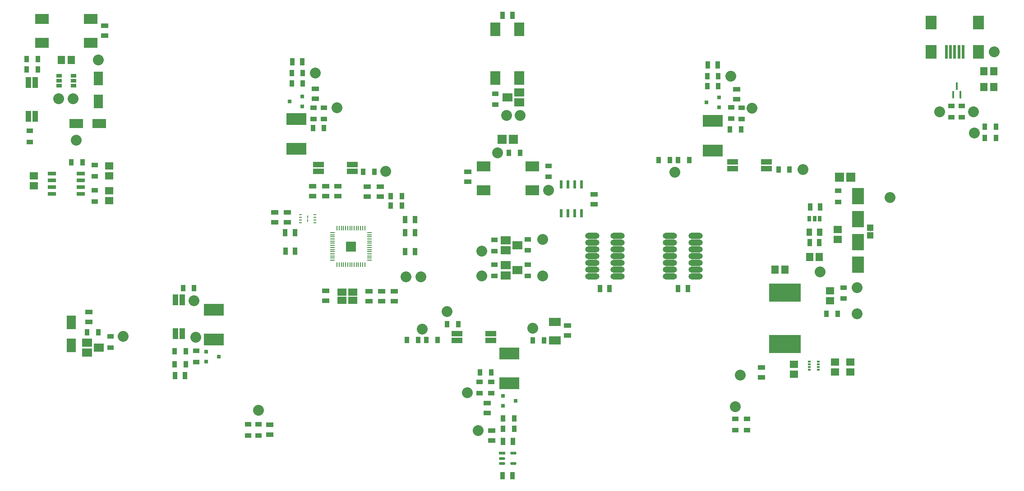
<source format=gtp>
G04*
G04 #@! TF.GenerationSoftware,Altium Limited,Altium Designer,24.2.2 (26)*
G04*
G04 Layer_Color=8421504*
%FSLAX25Y25*%
%MOIN*%
G70*
G04*
G04 #@! TF.SameCoordinates,E85AF581-5EDA-4222-B011-A7CF2EBE2122*
G04*
G04*
G04 #@! TF.FilePolarity,Positive*
G04*
G01*
G75*
%ADD20C,0.00197*%
%ADD21R,0.02165X0.00787*%
%ADD22R,0.00787X0.01968*%
%ADD23C,0.08000*%
%ADD24R,0.04724X0.03543*%
%ADD25R,0.07512X0.05937*%
%ADD26R,0.01480X0.05764*%
G04:AMPARAMS|DCode=27|XSize=57.64mil|YSize=14.8mil|CornerRadius=7.4mil|HoleSize=0mil|Usage=FLASHONLY|Rotation=90.000|XOffset=0mil|YOffset=0mil|HoleType=Round|Shape=RoundedRectangle|*
%AMROUNDEDRECTD27*
21,1,0.05764,0.00000,0,0,90.0*
21,1,0.04284,0.01480,0,0,90.0*
1,1,0.01480,0.00000,0.02142*
1,1,0.01480,0.00000,-0.02142*
1,1,0.01480,0.00000,-0.02142*
1,1,0.01480,0.00000,0.02142*
%
%ADD27ROUNDEDRECTD27*%
%ADD28R,0.03543X0.04724*%
%ADD29R,0.05512X0.03740*%
%ADD30R,0.06724X0.06724*%
%ADD31R,0.08890X0.12433*%
%ADD32R,0.03740X0.05512*%
%ADD33R,0.04362X0.05347*%
%ADD34R,0.03150X0.04134*%
%ADD35R,0.05727X0.06127*%
%ADD36R,0.23260X0.13417*%
%ADD37O,0.10661X0.04362*%
%ADD38R,0.07984X0.04402*%
%ADD39R,0.08693X0.06134*%
%ADD40R,0.14992X0.09087*%
G04:AMPARAMS|DCode=41|XSize=47.45mil|YSize=20.95mil|CornerRadius=10.48mil|HoleSize=0mil|Usage=FLASHONLY|Rotation=0.000|XOffset=0mil|YOffset=0mil|HoleType=Round|Shape=RoundedRectangle|*
%AMROUNDEDRECTD41*
21,1,0.04745,0.00000,0,0,0.0*
21,1,0.02650,0.02095,0,0,0.0*
1,1,0.02095,0.01325,0.00000*
1,1,0.02095,-0.01325,0.00000*
1,1,0.02095,-0.01325,0.00000*
1,1,0.02095,0.01325,0.00000*
%
%ADD41ROUNDEDRECTD41*%
%ADD42R,0.04745X0.02095*%
%ADD43R,0.06693X0.05512*%
%ADD44R,0.06890X0.10433*%
%ADD45R,0.10268X0.07512*%
%ADD46R,0.02362X0.06102*%
%ADD47R,0.06127X0.05727*%
%ADD48R,0.02264X0.01575*%
G04:AMPARAMS|DCode=49|XSize=9.87mil|YSize=36.45mil|CornerRadius=1.98mil|HoleSize=0mil|Usage=FLASHONLY|Rotation=0.000|XOffset=0mil|YOffset=0mil|HoleType=Round|Shape=RoundedRectangle|*
%AMROUNDEDRECTD49*
21,1,0.00987,0.03248,0,0,0.0*
21,1,0.00591,0.03645,0,0,0.0*
1,1,0.00397,0.00295,-0.01624*
1,1,0.00397,-0.00295,-0.01624*
1,1,0.00397,-0.00295,0.01624*
1,1,0.00397,0.00295,0.01624*
%
%ADD49ROUNDEDRECTD49*%
%ADD50R,0.07717X0.07717*%
G04:AMPARAMS|DCode=51|XSize=36.45mil|YSize=9.87mil|CornerRadius=1.98mil|HoleSize=0mil|Usage=FLASHONLY|Rotation=0.000|XOffset=0mil|YOffset=0mil|HoleType=Round|Shape=RoundedRectangle|*
%AMROUNDEDRECTD51*
21,1,0.03645,0.00591,0,0,0.0*
21,1,0.03248,0.00987,0,0,0.0*
1,1,0.00397,0.01624,-0.00295*
1,1,0.00397,-0.01624,-0.00295*
1,1,0.00397,-0.01624,0.00295*
1,1,0.00397,0.01624,0.00295*
%
%ADD51ROUNDEDRECTD51*%
%ADD52R,0.03150X0.03150*%
%ADD53R,0.04402X0.07984*%
%ADD54R,0.02362X0.09843*%
%ADD55R,0.07874X0.09843*%
%ADD56R,0.04756X0.04953*%
%ADD57R,0.07512X0.10268*%
G04:AMPARAMS|DCode=58|XSize=61.02mil|YSize=23.62mil|CornerRadius=2.01mil|HoleSize=0mil|Usage=FLASHONLY|Rotation=0.000|XOffset=0mil|YOffset=0mil|HoleType=Round|Shape=RoundedRectangle|*
%AMROUNDEDRECTD58*
21,1,0.06102,0.01961,0,0,0.0*
21,1,0.05701,0.02362,0,0,0.0*
1,1,0.00402,0.02850,-0.00980*
1,1,0.00402,-0.02850,-0.00980*
1,1,0.00402,-0.02850,0.00980*
1,1,0.00402,0.02850,0.00980*
%
%ADD58ROUNDEDRECTD58*%
%ADD59R,0.10433X0.06890*%
G04:AMPARAMS|DCode=60|XSize=43.31mil|YSize=23.62mil|CornerRadius=2.01mil|HoleSize=0mil|Usage=FLASHONLY|Rotation=0.000|XOffset=0mil|YOffset=0mil|HoleType=Round|Shape=RoundedRectangle|*
%AMROUNDEDRECTD60*
21,1,0.04331,0.01961,0,0,0.0*
21,1,0.03929,0.02362,0,0,0.0*
1,1,0.00402,0.01965,-0.00980*
1,1,0.00402,-0.01965,-0.00980*
1,1,0.00402,-0.01965,0.00980*
1,1,0.00402,0.01965,0.00980*
%
%ADD60ROUNDEDRECTD60*%
D20*
X1243916Y587503D02*
X1245884D01*
Y588487D01*
X1245556Y588815D01*
X1244244D01*
X1243916Y588487D01*
Y587503D01*
X1245884Y590455D02*
X1243916D01*
X1244900Y589471D01*
Y590783D01*
D21*
X834659Y595747D02*
D03*
Y597716D02*
D03*
Y599684D02*
D03*
Y601653D02*
D03*
X823832D02*
D03*
X823832Y599684D02*
D03*
Y597716D02*
D03*
X823832Y595747D02*
D03*
D22*
X829246Y600080D02*
D03*
Y597324D02*
D03*
D23*
X1002900Y583553D02*
D03*
X958048Y574892D02*
D03*
Y556551D02*
D03*
X1002900D02*
D03*
X1321900Y662200D02*
D03*
X1321245Y677834D02*
D03*
X1336699Y722243D02*
D03*
X1157609Y680357D02*
D03*
X1100739Y633231D02*
D03*
X1207782Y559300D02*
D03*
X913900Y517200D02*
D03*
X955156Y442007D02*
D03*
X901826Y555654D02*
D03*
X692975Y511763D02*
D03*
X658197Y656700D02*
D03*
X674634Y715991D02*
D03*
X1148923Y483000D02*
D03*
X947349Y470100D02*
D03*
X1235400Y528552D02*
D03*
X913015Y555936D02*
D03*
X746703Y511191D02*
D03*
X745439Y537998D02*
D03*
X1235400Y547903D02*
D03*
X1259671Y614409D02*
D03*
X1296421Y677834D02*
D03*
X1195296Y635200D02*
D03*
X1142039Y704242D02*
D03*
X1007274Y619728D02*
D03*
X986250Y675200D02*
D03*
X976309D02*
D03*
X1145195Y459748D02*
D03*
X932266Y530109D02*
D03*
X995766Y517944D02*
D03*
X886967Y633675D02*
D03*
X851044Y680855D02*
D03*
X834894Y706480D02*
D03*
X792900Y457200D02*
D03*
X645399Y687361D02*
D03*
X655987D02*
D03*
X969506Y647480D02*
D03*
D24*
X992068Y583553D02*
D03*
Y575285D02*
D03*
X967151Y574892D02*
D03*
Y583159D02*
D03*
X967193Y556551D02*
D03*
Y564819D02*
D03*
X992068Y556551D02*
D03*
Y564819D02*
D03*
X1149900Y680834D02*
D03*
Y672566D02*
D03*
X1142278Y672731D02*
D03*
Y680999D02*
D03*
X1145195Y442566D02*
D03*
Y450834D02*
D03*
X1153900D02*
D03*
Y442566D02*
D03*
X956400Y478200D02*
D03*
Y469932D02*
D03*
X841418Y680834D02*
D03*
Y672567D02*
D03*
X683530Y503381D02*
D03*
Y511649D02*
D03*
X746900Y501062D02*
D03*
Y492795D02*
D03*
X623900Y663834D02*
D03*
Y655566D02*
D03*
X1225352Y539636D02*
D03*
Y547903D02*
D03*
X1304994Y673700D02*
D03*
Y681968D02*
D03*
X1312672Y673700D02*
D03*
Y681968D02*
D03*
X1221304Y619428D02*
D03*
Y611161D02*
D03*
X1007274Y637916D02*
D03*
Y629649D02*
D03*
X968042Y691227D02*
D03*
Y682960D02*
D03*
X964992Y469932D02*
D03*
Y478200D02*
D03*
X833642Y680834D02*
D03*
Y672567D02*
D03*
X792900Y446834D02*
D03*
Y438566D02*
D03*
X785400D02*
D03*
Y446834D02*
D03*
X671858Y630060D02*
D03*
Y638328D02*
D03*
X671900Y611566D02*
D03*
Y619834D02*
D03*
D25*
X975492Y582765D02*
D03*
Y575285D02*
D03*
X984154Y579025D02*
D03*
X975492Y564425D02*
D03*
Y556945D02*
D03*
X984154Y560685D02*
D03*
X985758Y684720D02*
D03*
Y692200D02*
D03*
X977097Y688460D02*
D03*
X674871Y503523D02*
D03*
X666210Y499783D02*
D03*
Y507263D02*
D03*
D26*
X1306373Y690373D02*
D03*
D27*
X1311491D02*
D03*
X1308932Y696830D02*
D03*
D28*
X1132720Y704200D02*
D03*
X1124453D02*
D03*
X1102904Y642050D02*
D03*
X1111172D02*
D03*
X1088766D02*
D03*
X1097034D02*
D03*
X925350Y508964D02*
D03*
X917082D02*
D03*
X902582D02*
D03*
X910850D02*
D03*
X890582Y608400D02*
D03*
X898850D02*
D03*
X898966Y615502D02*
D03*
X890698D02*
D03*
X666355Y514649D02*
D03*
X674623D02*
D03*
X739245Y500789D02*
D03*
X730977D02*
D03*
X737172Y547386D02*
D03*
X745439D02*
D03*
X739140Y491048D02*
D03*
X730872D02*
D03*
X1212741Y528552D02*
D03*
X1221009D02*
D03*
X1337782Y658424D02*
D03*
X1329514D02*
D03*
Y666700D02*
D03*
X1337782D02*
D03*
X1149668Y664700D02*
D03*
X1141400D02*
D03*
X1132720Y696700D02*
D03*
X1124453D02*
D03*
X932266Y520866D02*
D03*
X940534D02*
D03*
X956766Y485200D02*
D03*
X965034D02*
D03*
X841418Y665700D02*
D03*
X833150D02*
D03*
X1004034Y508700D02*
D03*
X995766D02*
D03*
X973580Y451200D02*
D03*
X981847D02*
D03*
Y443421D02*
D03*
X973580D02*
D03*
X878627Y633571D02*
D03*
X870360D02*
D03*
X825731Y698700D02*
D03*
X817464D02*
D03*
Y706480D02*
D03*
X825731D02*
D03*
X662869Y640493D02*
D03*
X654601D02*
D03*
X621735Y716700D02*
D03*
X630002D02*
D03*
X621735Y709078D02*
D03*
X630002D02*
D03*
X1177164Y635200D02*
D03*
X1185432D02*
D03*
X978042Y647522D02*
D03*
X986310D02*
D03*
D29*
X1146420Y687161D02*
D03*
Y694444D02*
D03*
X1164561Y481551D02*
D03*
Y488835D02*
D03*
X1041077Y609541D02*
D03*
Y616824D02*
D03*
X1021400Y519713D02*
D03*
Y512430D02*
D03*
X961786Y462486D02*
D03*
Y455202D02*
D03*
X893365Y545079D02*
D03*
Y537795D02*
D03*
X874458Y545079D02*
D03*
Y537795D02*
D03*
X842662Y538090D02*
D03*
Y545374D02*
D03*
X804852Y603523D02*
D03*
Y596239D02*
D03*
X873411Y622491D02*
D03*
Y615207D02*
D03*
X851752Y615502D02*
D03*
Y622786D02*
D03*
X679209Y734272D02*
D03*
Y741555D02*
D03*
X801200Y439017D02*
D03*
Y446300D02*
D03*
X965386Y434692D02*
D03*
Y441976D02*
D03*
X947600Y633500D02*
D03*
Y626217D02*
D03*
X835020Y694726D02*
D03*
Y687442D02*
D03*
X814402Y596239D02*
D03*
Y603523D02*
D03*
X833052Y615502D02*
D03*
Y622786D02*
D03*
X842620Y615500D02*
D03*
Y622784D02*
D03*
X882880Y615205D02*
D03*
Y622489D02*
D03*
X883865Y545079D02*
D03*
Y537795D02*
D03*
X667660Y522393D02*
D03*
Y529676D02*
D03*
D30*
X1230529Y629600D02*
D03*
X1222261D02*
D03*
X981290Y657522D02*
D03*
X973022D02*
D03*
D31*
X1235900Y598365D02*
D03*
Y615295D02*
D03*
Y581565D02*
D03*
Y564636D02*
D03*
D32*
X1207850Y607596D02*
D03*
X1200567D02*
D03*
X1207406Y581086D02*
D03*
X1200123D02*
D03*
X1102841Y547200D02*
D03*
X1110124D02*
D03*
X1045117Y547200D02*
D03*
X1052400D02*
D03*
X973385Y408851D02*
D03*
X980668D02*
D03*
X901401Y588512D02*
D03*
X908684D02*
D03*
X901401Y598109D02*
D03*
X908684D02*
D03*
X738700Y482900D02*
D03*
X731417D02*
D03*
X817873Y714900D02*
D03*
X825157D02*
D03*
X1124945Y712400D02*
D03*
X1132228D02*
D03*
X980634Y749210D02*
D03*
X973350D02*
D03*
X820012Y588553D02*
D03*
X812729D02*
D03*
X820065Y574741D02*
D03*
X812782D02*
D03*
X901401Y574338D02*
D03*
X908684D02*
D03*
X980963Y434200D02*
D03*
X973680D02*
D03*
D33*
X1207582Y588656D02*
D03*
X1200102D02*
D03*
D34*
Y598695D02*
D03*
X1203842D02*
D03*
X1207582D02*
D03*
D35*
X1200119Y570432D02*
D03*
X1207409D02*
D03*
X1174725Y561000D02*
D03*
X1182014D02*
D03*
X1328921Y696062D02*
D03*
X1336210D02*
D03*
X1328921Y707794D02*
D03*
X1336210D02*
D03*
X647255Y715991D02*
D03*
X654545D02*
D03*
D36*
X1182014Y506062D02*
D03*
Y544251D02*
D03*
D37*
X1058400Y556014D02*
D03*
Y561014D02*
D03*
Y566014D02*
D03*
Y571014D02*
D03*
Y576014D02*
D03*
Y581014D02*
D03*
Y586014D02*
D03*
X1039502Y556014D02*
D03*
Y561014D02*
D03*
Y566014D02*
D03*
Y571014D02*
D03*
Y576014D02*
D03*
Y581014D02*
D03*
Y586014D02*
D03*
X1115932Y555968D02*
D03*
Y560968D02*
D03*
Y565968D02*
D03*
Y570968D02*
D03*
Y575968D02*
D03*
Y580968D02*
D03*
Y585968D02*
D03*
X1097034Y555968D02*
D03*
Y560968D02*
D03*
Y565968D02*
D03*
Y570968D02*
D03*
Y575968D02*
D03*
Y580968D02*
D03*
Y585968D02*
D03*
D38*
X964624Y508857D02*
D03*
Y513858D02*
D03*
X939624Y508857D02*
D03*
Y513858D02*
D03*
X1143400Y640700D02*
D03*
Y635700D02*
D03*
X1168400Y640700D02*
D03*
Y635700D02*
D03*
X837284Y638675D02*
D03*
Y633675D02*
D03*
X862284Y638675D02*
D03*
Y633675D02*
D03*
D39*
X1011900Y522491D02*
D03*
Y508909D02*
D03*
D40*
X978387Y477157D02*
D03*
Y499243D02*
D03*
X759900Y509523D02*
D03*
Y531609D02*
D03*
X1128587Y649156D02*
D03*
Y671242D02*
D03*
X820826Y650500D02*
D03*
Y672586D02*
D03*
D41*
X981246Y425346D02*
D03*
Y417865D02*
D03*
X972975D02*
D03*
Y421606D02*
D03*
D42*
Y425346D02*
D03*
D43*
X854484Y544586D02*
D03*
X862751D02*
D03*
Y538287D02*
D03*
X854484D02*
D03*
D44*
X654548Y505267D02*
D03*
Y522196D02*
D03*
X674634Y702500D02*
D03*
Y685570D02*
D03*
D45*
X632987Y728842D02*
D03*
X668813D02*
D03*
X632987Y746558D02*
D03*
X668813D02*
D03*
X959426Y619728D02*
D03*
X995253D02*
D03*
X959426Y637444D02*
D03*
X995253D02*
D03*
D46*
X1031600Y602795D02*
D03*
X1026600D02*
D03*
X1021600D02*
D03*
X1016600D02*
D03*
Y624055D02*
D03*
X1021600D02*
D03*
X1026600D02*
D03*
X1031600D02*
D03*
D47*
X1221009Y583530D02*
D03*
Y590820D02*
D03*
X1188475Y483864D02*
D03*
Y491153D02*
D03*
X1215270Y538156D02*
D03*
Y545446D02*
D03*
X1230134Y485485D02*
D03*
Y492775D02*
D03*
X1218844Y485485D02*
D03*
Y492775D02*
D03*
X626900Y623197D02*
D03*
Y630487D02*
D03*
X682700Y619345D02*
D03*
Y612055D02*
D03*
X682742Y637839D02*
D03*
Y630549D02*
D03*
D48*
X1200053Y487162D02*
D03*
Y489130D02*
D03*
Y491099D02*
D03*
Y493067D02*
D03*
X1206651D02*
D03*
Y491099D02*
D03*
Y489130D02*
D03*
Y487162D02*
D03*
D49*
X851016Y564752D02*
D03*
X852591D02*
D03*
X854166D02*
D03*
X855741D02*
D03*
X857316D02*
D03*
X858890D02*
D03*
X860465D02*
D03*
X862040D02*
D03*
X863615D02*
D03*
X865189D02*
D03*
X866764D02*
D03*
X868339D02*
D03*
X869914D02*
D03*
X871489D02*
D03*
Y591799D02*
D03*
X869914D02*
D03*
X868339D02*
D03*
X866764D02*
D03*
X865189D02*
D03*
X863615D02*
D03*
X862040D02*
D03*
X860465D02*
D03*
X858890D02*
D03*
X857316D02*
D03*
X855741D02*
D03*
X854166D02*
D03*
X852591D02*
D03*
X851016D02*
D03*
D50*
X861252Y578275D02*
D03*
D51*
X847729Y588512D02*
D03*
Y586937D02*
D03*
Y585362D02*
D03*
Y583787D02*
D03*
Y582212D02*
D03*
Y580638D02*
D03*
Y579063D02*
D03*
Y577488D02*
D03*
Y575913D02*
D03*
Y574338D02*
D03*
Y572764D02*
D03*
Y571189D02*
D03*
Y569614D02*
D03*
Y568039D02*
D03*
X874776D02*
D03*
Y569614D02*
D03*
Y571189D02*
D03*
Y572764D02*
D03*
Y574338D02*
D03*
Y575913D02*
D03*
Y577488D02*
D03*
Y580638D02*
D03*
Y579063D02*
D03*
Y582212D02*
D03*
Y583787D02*
D03*
Y585362D02*
D03*
Y586937D02*
D03*
Y588512D02*
D03*
D52*
X763624Y496732D02*
D03*
X754176Y492991D02*
D03*
Y500472D02*
D03*
X1133311Y680960D02*
D03*
Y688440D02*
D03*
X1123862Y684700D02*
D03*
X973660Y467940D02*
D03*
Y460460D02*
D03*
X983109Y464200D02*
D03*
X825353Y681637D02*
D03*
Y689117D02*
D03*
X815905Y685377D02*
D03*
D53*
X736725Y538676D02*
D03*
X731725D02*
D03*
X736725Y513676D02*
D03*
X731725D02*
D03*
X627837Y699322D02*
D03*
X622837D02*
D03*
X627837Y674322D02*
D03*
X622837D02*
D03*
D54*
X1301120Y722243D02*
D03*
X1304270D02*
D03*
X1307420D02*
D03*
X1310569D02*
D03*
X1313719D02*
D03*
D55*
X1289900Y743700D02*
D03*
X1324939D02*
D03*
X1289939Y722243D02*
D03*
X1324939D02*
D03*
D56*
X1244900Y586289D02*
D03*
Y591998D02*
D03*
D57*
X968042Y738613D02*
D03*
Y702787D02*
D03*
X985758Y738613D02*
D03*
Y702787D02*
D03*
D58*
X640270Y632200D02*
D03*
Y627200D02*
D03*
Y622200D02*
D03*
Y617200D02*
D03*
X661530D02*
D03*
Y622200D02*
D03*
Y627200D02*
D03*
Y632200D02*
D03*
D59*
X658197Y669200D02*
D03*
X675126D02*
D03*
D60*
X645585Y704513D02*
D03*
Y700773D02*
D03*
Y697033D02*
D03*
X656215D02*
D03*
Y700773D02*
D03*
Y704513D02*
D03*
M02*

</source>
